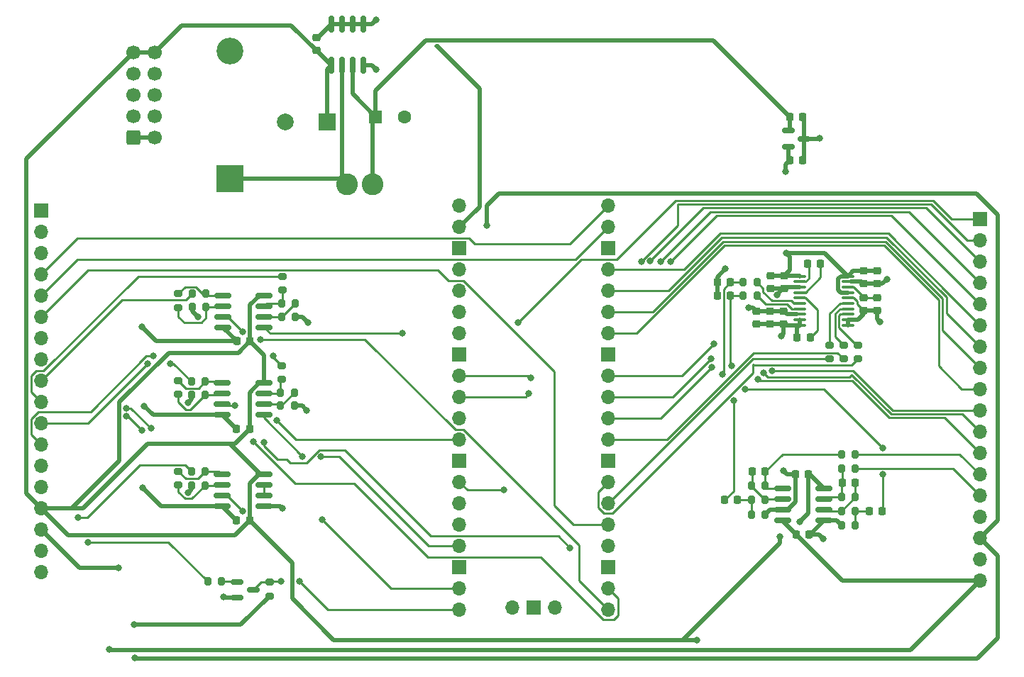
<source format=gbr>
%TF.GenerationSoftware,KiCad,Pcbnew,7.0.2*%
%TF.CreationDate,2023-08-30T16:48:59+01:00*%
%TF.ProjectId,dk2_02_bottom,646b325f-3032-45f6-926f-74746f6d2e6b,rev?*%
%TF.SameCoordinates,Original*%
%TF.FileFunction,Copper,L1,Top*%
%TF.FilePolarity,Positive*%
%FSLAX46Y46*%
G04 Gerber Fmt 4.6, Leading zero omitted, Abs format (unit mm)*
G04 Created by KiCad (PCBNEW 7.0.2) date 2023-08-30 16:48:59*
%MOMM*%
%LPD*%
G01*
G04 APERTURE LIST*
G04 Aperture macros list*
%AMRoundRect*
0 Rectangle with rounded corners*
0 $1 Rounding radius*
0 $2 $3 $4 $5 $6 $7 $8 $9 X,Y pos of 4 corners*
0 Add a 4 corners polygon primitive as box body*
4,1,4,$2,$3,$4,$5,$6,$7,$8,$9,$2,$3,0*
0 Add four circle primitives for the rounded corners*
1,1,$1+$1,$2,$3*
1,1,$1+$1,$4,$5*
1,1,$1+$1,$6,$7*
1,1,$1+$1,$8,$9*
0 Add four rect primitives between the rounded corners*
20,1,$1+$1,$2,$3,$4,$5,0*
20,1,$1+$1,$4,$5,$6,$7,0*
20,1,$1+$1,$6,$7,$8,$9,0*
20,1,$1+$1,$8,$9,$2,$3,0*%
G04 Aperture macros list end*
%TA.AperFunction,SMDPad,CuDef*%
%ADD10RoundRect,0.112500X0.187500X0.112500X-0.187500X0.112500X-0.187500X-0.112500X0.187500X-0.112500X0*%
%TD*%
%TA.AperFunction,SMDPad,CuDef*%
%ADD11RoundRect,0.200000X0.275000X-0.200000X0.275000X0.200000X-0.275000X0.200000X-0.275000X-0.200000X0*%
%TD*%
%TA.AperFunction,SMDPad,CuDef*%
%ADD12RoundRect,0.200000X-0.200000X-0.275000X0.200000X-0.275000X0.200000X0.275000X-0.200000X0.275000X0*%
%TD*%
%TA.AperFunction,SMDPad,CuDef*%
%ADD13RoundRect,0.200000X0.200000X0.275000X-0.200000X0.275000X-0.200000X-0.275000X0.200000X-0.275000X0*%
%TD*%
%TA.AperFunction,SMDPad,CuDef*%
%ADD14RoundRect,0.100000X-0.637500X-0.100000X0.637500X-0.100000X0.637500X0.100000X-0.637500X0.100000X0*%
%TD*%
%TA.AperFunction,SMDPad,CuDef*%
%ADD15RoundRect,0.150000X0.150000X-0.825000X0.150000X0.825000X-0.150000X0.825000X-0.150000X-0.825000X0*%
%TD*%
%TA.AperFunction,SMDPad,CuDef*%
%ADD16RoundRect,0.200000X-0.275000X0.200000X-0.275000X-0.200000X0.275000X-0.200000X0.275000X0.200000X0*%
%TD*%
%TA.AperFunction,SMDPad,CuDef*%
%ADD17RoundRect,0.225000X0.225000X0.250000X-0.225000X0.250000X-0.225000X-0.250000X0.225000X-0.250000X0*%
%TD*%
%TA.AperFunction,SMDPad,CuDef*%
%ADD18RoundRect,0.225000X-0.250000X0.225000X-0.250000X-0.225000X0.250000X-0.225000X0.250000X0.225000X0*%
%TD*%
%TA.AperFunction,SMDPad,CuDef*%
%ADD19RoundRect,0.225000X-0.225000X-0.250000X0.225000X-0.250000X0.225000X0.250000X-0.225000X0.250000X0*%
%TD*%
%TA.AperFunction,SMDPad,CuDef*%
%ADD20RoundRect,0.150000X-0.825000X-0.150000X0.825000X-0.150000X0.825000X0.150000X-0.825000X0.150000X0*%
%TD*%
%TA.AperFunction,ComponentPad*%
%ADD21R,1.700000X1.700000*%
%TD*%
%TA.AperFunction,ComponentPad*%
%ADD22O,1.700000X1.700000*%
%TD*%
%TA.AperFunction,SMDPad,CuDef*%
%ADD23RoundRect,0.225000X0.250000X-0.225000X0.250000X0.225000X-0.250000X0.225000X-0.250000X-0.225000X0*%
%TD*%
%TA.AperFunction,SMDPad,CuDef*%
%ADD24RoundRect,0.150000X-0.587500X-0.150000X0.587500X-0.150000X0.587500X0.150000X-0.587500X0.150000X0*%
%TD*%
%TA.AperFunction,ComponentPad*%
%ADD25RoundRect,0.250000X-0.600000X-0.600000X0.600000X-0.600000X0.600000X0.600000X-0.600000X0.600000X0*%
%TD*%
%TA.AperFunction,ComponentPad*%
%ADD26C,1.700000*%
%TD*%
%TA.AperFunction,ComponentPad*%
%ADD27C,2.600000*%
%TD*%
%TA.AperFunction,ComponentPad*%
%ADD28R,1.600000X1.600000*%
%TD*%
%TA.AperFunction,ComponentPad*%
%ADD29C,1.600000*%
%TD*%
%TA.AperFunction,ComponentPad*%
%ADD30R,2.000000X2.000000*%
%TD*%
%TA.AperFunction,ComponentPad*%
%ADD31C,2.000000*%
%TD*%
%TA.AperFunction,ComponentPad*%
%ADD32R,3.200000X3.200000*%
%TD*%
%TA.AperFunction,ComponentPad*%
%ADD33O,3.200000X3.200000*%
%TD*%
%TA.AperFunction,ViaPad*%
%ADD34C,0.800000*%
%TD*%
%TA.AperFunction,Conductor*%
%ADD35C,0.250000*%
%TD*%
%TA.AperFunction,Conductor*%
%ADD36C,0.500000*%
%TD*%
G04 APERTURE END LIST*
D10*
%TO.P,D1,1,K*%
%TO.N,Net-(#FLG02-pwr)*%
X131282323Y-56200000D03*
%TO.P,D1,2,A*%
%TO.N,+5V*%
X129182323Y-56200000D03*
%TD*%
D11*
%TO.P,R11,1*%
%TO.N,DAC_LRC*%
X178100000Y-93525000D03*
%TO.P,R11,2*%
%TO.N,Net-(U4-LRCK)*%
X178100000Y-91875000D03*
%TD*%
D12*
%TO.P,R8,1*%
%TO.N,Net-(C8-Pad2)*%
X179500000Y-106600000D03*
%TO.P,R8,2*%
%TO.N,EURO_OUT_2*%
X181150000Y-106600000D03*
%TD*%
D13*
%TO.P,R2,1*%
%TO.N,Net-(C3-Pad2)*%
X181150000Y-113400000D03*
%TO.P,R2,2*%
%TO.N,GND*%
X179500000Y-113400000D03*
%TD*%
D14*
%TO.P,U4,1,CPVDD*%
%TO.N,+3.3VDAC*%
X174525000Y-83650000D03*
%TO.P,U4,2,CAPP*%
%TO.N,Net-(U4-CAPP)*%
X174525000Y-84300000D03*
%TO.P,U4,3,CPGND*%
%TO.N,GND*%
X174525000Y-84950000D03*
%TO.P,U4,4,CAPM*%
%TO.N,Net-(U4-CAPM)*%
X174525000Y-85600000D03*
%TO.P,U4,5,VNEG*%
%TO.N,Net-(U4-VNEG)*%
X174525000Y-86250000D03*
%TO.P,U4,6,OUTL*%
%TO.N,Net-(U4-OUTL)*%
X174525000Y-86900000D03*
%TO.P,U4,7,OUTR*%
%TO.N,Net-(U4-OUTR)*%
X174525000Y-87550000D03*
%TO.P,U4,8,AVDD*%
%TO.N,+3.3VDAC*%
X174525000Y-88200000D03*
%TO.P,U4,9,AGND*%
%TO.N,GND*%
X174525000Y-88850000D03*
%TO.P,U4,10,DEMP*%
X174525000Y-89500000D03*
%TO.P,U4,11,FLT*%
X180250000Y-89500000D03*
%TO.P,U4,12,SCK*%
X180250000Y-88850000D03*
%TO.P,U4,13,BCK*%
%TO.N,Net-(U4-BCK)*%
X180250000Y-88200000D03*
%TO.P,U4,14,DIN*%
%TO.N,Net-(U4-DIN)*%
X180250000Y-87550000D03*
%TO.P,U4,15,LRCK*%
%TO.N,Net-(U4-LRCK)*%
X180250000Y-86900000D03*
%TO.P,U4,16,FMT*%
%TO.N,GND*%
X180250000Y-86250000D03*
%TO.P,U4,17,XSMT*%
%TO.N,+3.3VDAC*%
X180250000Y-85600000D03*
%TO.P,U4,18,LDOO*%
%TO.N,Net-(U4-LDOO)*%
X180250000Y-84950000D03*
%TO.P,U4,19,DGND*%
%TO.N,GND*%
X180250000Y-84300000D03*
%TO.P,U4,20,DVDD*%
%TO.N,+3.3VDAC*%
X180250000Y-83650000D03*
%TD*%
D15*
%TO.P,U8,1,VIN*%
%TO.N,+12V*%
X118627323Y-58475000D03*
%TO.P,U8,2,OUT*%
%TO.N,Net-(D2-K)*%
X119897323Y-58475000D03*
%TO.P,U8,3,FB*%
%TO.N,+5V*%
X121167323Y-58475000D03*
%TO.P,U8,4,~{EN}*%
%TO.N,GND*%
X122437323Y-58475000D03*
%TO.P,U8,5,GND*%
X122437323Y-53525000D03*
%TO.P,U8,6,GND*%
X121167323Y-53525000D03*
%TO.P,U8,7,GND*%
X119897323Y-53525000D03*
%TO.P,U8,8,GND*%
X118627323Y-53525000D03*
%TD*%
D12*
%TO.P,R14,1*%
%TO.N,SYNC_IN_EURO*%
X103875000Y-120135000D03*
%TO.P,R14,2*%
%TO.N,Net-(Q1-B)*%
X105525000Y-120135000D03*
%TD*%
D11*
%TO.P,R10,1*%
%TO.N,DAC_DOUT*%
X179750000Y-93525000D03*
%TO.P,R10,2*%
%TO.N,Net-(U4-DIN)*%
X179750000Y-91875000D03*
%TD*%
D16*
%TO.P,R19,1*%
%TO.N,Net-(R19-Pad1)*%
X100375000Y-85735000D03*
%TO.P,R19,2*%
%TO.N,Net-(U5A--)*%
X100375000Y-87385000D03*
%TD*%
D17*
%TO.P,C3,1*%
%TO.N,LINE_OUT_R*%
X184350000Y-111700000D03*
%TO.P,C3,2*%
%TO.N,Net-(C3-Pad2)*%
X182800000Y-111700000D03*
%TD*%
D18*
%TO.P,C20,1*%
%TO.N,+3.3VDAC*%
X171050000Y-83600000D03*
%TO.P,C20,2*%
%TO.N,GND*%
X171050000Y-85150000D03*
%TD*%
%TO.P,C16,1*%
%TO.N,+3.3VDAC*%
X183750000Y-83000000D03*
%TO.P,C16,2*%
%TO.N,GND*%
X183750000Y-84550000D03*
%TD*%
D19*
%TO.P,C4,1*%
%TO.N,+3.3VDAC*%
X173300000Y-69800000D03*
%TO.P,C4,2*%
%TO.N,GND*%
X174850000Y-69800000D03*
%TD*%
%TO.P,C1,1*%
%TO.N,+5V*%
X173300000Y-64600000D03*
%TO.P,C1,2*%
%TO.N,GND*%
X174850000Y-64600000D03*
%TD*%
D20*
%TO.P,U3,1*%
%TO.N,Net-(C7-Pad2)*%
X172475000Y-109030000D03*
%TO.P,U3,2,-*%
%TO.N,Net-(U3A--)*%
X172475000Y-110300000D03*
%TO.P,U3,3,+*%
%TO.N,GND*%
X172475000Y-111570000D03*
%TO.P,U3,4,V-*%
%TO.N,-12V*%
X172475000Y-112840000D03*
%TO.P,U3,5,+*%
%TO.N,GND*%
X177425000Y-112840000D03*
%TO.P,U3,6,-*%
%TO.N,Net-(U3B--)*%
X177425000Y-111570000D03*
%TO.P,U3,7*%
%TO.N,Net-(C8-Pad2)*%
X177425000Y-110300000D03*
%TO.P,U3,8,V+*%
%TO.N,+12V*%
X177425000Y-109030000D03*
%TD*%
D19*
%TO.P,C2,1*%
%TO.N,LINE_OUT_L*%
X165550000Y-110400000D03*
%TO.P,C2,2*%
%TO.N,Net-(C2-Pad2)*%
X167100000Y-110400000D03*
%TD*%
D18*
%TO.P,C11,1*%
%TO.N,+3.3VDAC*%
X169350000Y-87800000D03*
%TO.P,C11,2*%
%TO.N,GND*%
X169350000Y-89350000D03*
%TD*%
D12*
%TO.P,R3,1*%
%TO.N,Net-(C2-Pad2)*%
X168750000Y-110400000D03*
%TO.P,R3,2*%
%TO.N,Net-(U3A--)*%
X170400000Y-110400000D03*
%TD*%
D11*
%TO.P,R20,1*%
%TO.N,Net-(R18-Pad1)*%
X112775000Y-85335000D03*
%TO.P,R20,2*%
%TO.N,TRIGGER_OUT_2_EURO*%
X112775000Y-83685000D03*
%TD*%
D18*
%TO.P,C14,1*%
%TO.N,+3.3VDAC*%
X182150000Y-83000000D03*
%TO.P,C14,2*%
%TO.N,GND*%
X182150000Y-84550000D03*
%TD*%
D13*
%TO.P,R13,1*%
%TO.N,Net-(U4-OUTR)*%
X169400000Y-86000000D03*
%TO.P,R13,2*%
%TO.N,LINE_OUT_R*%
X167750000Y-86000000D03*
%TD*%
D20*
%TO.P,U5,1*%
%TO.N,Net-(R19-Pad1)*%
X105675000Y-85935000D03*
%TO.P,U5,2,-*%
%TO.N,Net-(U5A--)*%
X105675000Y-87205000D03*
%TO.P,U5,3,+*%
%TO.N,TRIGGER_OUT_1*%
X105675000Y-88475000D03*
%TO.P,U5,4,V-*%
%TO.N,-12V*%
X105675000Y-89745000D03*
%TO.P,U5,5,+*%
%TO.N,TRIGGER_OUT_2*%
X110625000Y-89745000D03*
%TO.P,U5,6,-*%
%TO.N,Net-(U5B--)*%
X110625000Y-88475000D03*
%TO.P,U5,7*%
%TO.N,Net-(R18-Pad1)*%
X110625000Y-87205000D03*
%TO.P,U5,8,V+*%
%TO.N,+12V*%
X110625000Y-85935000D03*
%TD*%
D18*
%TO.P,C17,1*%
%TO.N,Net-(U4-LDOO)*%
X182150000Y-86200000D03*
%TO.P,C17,2*%
%TO.N,GND*%
X182150000Y-87750000D03*
%TD*%
D13*
%TO.P,R17,1*%
%TO.N,Net-(U5A--)*%
X103675000Y-87335000D03*
%TO.P,R17,2*%
%TO.N,GND*%
X102025000Y-87335000D03*
%TD*%
D12*
%TO.P,R1,1*%
%TO.N,Net-(C2-Pad2)*%
X168750000Y-112100000D03*
%TO.P,R1,2*%
%TO.N,GND*%
X170400000Y-112100000D03*
%TD*%
D11*
%TO.P,R15,1*%
%TO.N,+3.3V*%
X111275000Y-121835000D03*
%TO.P,R15,2*%
%TO.N,SYNC_IN*%
X111275000Y-120185000D03*
%TD*%
D13*
%TO.P,R21,1*%
%TO.N,Net-(R19-Pad1)*%
X103675000Y-85735000D03*
%TO.P,R21,2*%
%TO.N,TRIGGER_OUT_1_EURO*%
X102025000Y-85735000D03*
%TD*%
D17*
%TO.P,C23,1*%
%TO.N,+12V*%
X108875000Y-101935000D03*
%TO.P,C23,2*%
%TO.N,-12V*%
X107325000Y-101935000D03*
%TD*%
D12*
%TO.P,R22,1*%
%TO.N,Net-(U6B--)*%
X112575000Y-99135000D03*
%TO.P,R22,2*%
%TO.N,GND*%
X114225000Y-99135000D03*
%TD*%
D13*
%TO.P,R6,1*%
%TO.N,Net-(U3B--)*%
X181150000Y-110000000D03*
%TO.P,R6,2*%
%TO.N,Net-(C8-Pad2)*%
X179500000Y-110000000D03*
%TD*%
D12*
%TO.P,R16,1*%
%TO.N,Net-(U5B--)*%
X112675000Y-88535000D03*
%TO.P,R16,2*%
%TO.N,GND*%
X114325000Y-88535000D03*
%TD*%
D13*
%TO.P,R23,1*%
%TO.N,Net-(U6A--)*%
X103575000Y-97835000D03*
%TO.P,R23,2*%
%TO.N,GND*%
X101925000Y-97835000D03*
%TD*%
D20*
%TO.P,U7,1*%
%TO.N,Net-(R29-Pad1)*%
X105600000Y-107330000D03*
%TO.P,U7,2,-*%
%TO.N,Net-(U7A--)*%
X105600000Y-108600000D03*
%TO.P,U7,3,+*%
%TO.N,SYNC_OUT*%
X105600000Y-109870000D03*
%TO.P,U7,4,V-*%
%TO.N,-12V*%
X105600000Y-111140000D03*
%TO.P,U7,5,+*%
%TO.N,GND*%
X110550000Y-111140000D03*
%TO.P,U7,6,-*%
%TO.N,Net-(U7B--)*%
X110550000Y-109870000D03*
%TO.P,U7,7*%
X110550000Y-108600000D03*
%TO.P,U7,8,V+*%
%TO.N,+12V*%
X110550000Y-107330000D03*
%TD*%
D13*
%TO.P,R28,1*%
%TO.N,Net-(U7A--)*%
X103575000Y-108635000D03*
%TO.P,R28,2*%
%TO.N,GND*%
X101925000Y-108635000D03*
%TD*%
D12*
%TO.P,R7,1*%
%TO.N,Net-(C7-Pad2)*%
X179500000Y-104900000D03*
%TO.P,R7,2*%
%TO.N,EURO_OUT_1*%
X181150000Y-104900000D03*
%TD*%
D18*
%TO.P,C15,1*%
%TO.N,Net-(U4-LDOO)*%
X183750000Y-86200000D03*
%TO.P,C15,2*%
%TO.N,GND*%
X183750000Y-87750000D03*
%TD*%
D17*
%TO.P,C24,1*%
%TO.N,+12V*%
X108875000Y-112835000D03*
%TO.P,C24,2*%
%TO.N,-12V*%
X107325000Y-112835000D03*
%TD*%
D12*
%TO.P,R5,1*%
%TO.N,Net-(U3A--)*%
X168750000Y-108700000D03*
%TO.P,R5,2*%
%TO.N,Net-(C7-Pad2)*%
X170400000Y-108700000D03*
%TD*%
D21*
%TO.P,J1,1,Pin_1*%
%TO.N,unconnected-(J1-Pin_1-Pad1)*%
X84000000Y-75820000D03*
D22*
%TO.P,J1,2,Pin_2*%
%TO.N,unconnected-(J1-Pin_2-Pad2)*%
X84000000Y-78360000D03*
%TO.P,J1,3,Pin_3*%
%TO.N,unconnected-(J1-Pin_3-Pad3)*%
X84000000Y-80900000D03*
%TO.P,J1,4,Pin_4*%
%TO.N,START_STOP_BUTTON*%
X84000000Y-83440000D03*
%TO.P,J1,5,Pin_5*%
%TO.N,TAP_TEMPO_BUTTON*%
X84000000Y-85980000D03*
%TO.P,J1,6,Pin_6*%
%TO.N,165_LOAD*%
X84000000Y-88520000D03*
%TO.P,J1,7,Pin_7*%
%TO.N,165_CLOCK*%
X84000000Y-91060000D03*
%TO.P,J1,8,Pin_8*%
%TO.N,165_DATA*%
X84000000Y-93600000D03*
%TO.P,J1,9,Pin_9*%
%TO.N,TRIGGER_OUT_1_EURO*%
X84000000Y-96140000D03*
%TO.P,J1,10,Pin_10*%
%TO.N,TRIGGER_OUT_2_EURO*%
X84000000Y-98680000D03*
%TO.P,J1,11,Pin_11*%
%TO.N,TRIGGER_OUT_3_EURO*%
X84000000Y-101220000D03*
%TO.P,J1,12,Pin_12*%
%TO.N,TRIGGER_OUT_4_EURO*%
X84000000Y-103760000D03*
%TO.P,J1,13,Pin_13*%
%TO.N,SYNC_IN_EURO*%
X84000000Y-106300000D03*
%TO.P,J1,14,Pin_14*%
%TO.N,SYNC_OUT_EURO*%
X84000000Y-108840000D03*
%TO.P,J1,15,Pin_15*%
%TO.N,+12V*%
X84000000Y-111380000D03*
%TO.P,J1,16,Pin_16*%
%TO.N,+3.3V*%
X84000000Y-113920000D03*
%TO.P,J1,17,Pin_17*%
%TO.N,GND*%
X84000000Y-116460000D03*
%TO.P,J1,18,Pin_18*%
%TO.N,-12V*%
X84000000Y-119000000D03*
%TD*%
D17*
%TO.P,C6,1*%
%TO.N,GND*%
X175650000Y-114500000D03*
%TO.P,C6,2*%
%TO.N,-12V*%
X174100000Y-114500000D03*
%TD*%
D11*
%TO.P,R26,1*%
%TO.N,Net-(R24-Pad1)*%
X112675000Y-95985000D03*
%TO.P,R26,2*%
%TO.N,TRIGGER_OUT_4_EURO*%
X112675000Y-94335000D03*
%TD*%
D18*
%TO.P,C9,1*%
%TO.N,+3.3VDAC*%
X172550000Y-87800000D03*
%TO.P,C9,2*%
%TO.N,GND*%
X172550000Y-89350000D03*
%TD*%
D17*
%TO.P,C8,1*%
%TO.N,Net-(U3B--)*%
X181100000Y-108300000D03*
%TO.P,C8,2*%
%TO.N,Net-(C8-Pad2)*%
X179550000Y-108300000D03*
%TD*%
D13*
%TO.P,R27,1*%
%TO.N,Net-(R25-Pad1)*%
X103575000Y-96235000D03*
%TO.P,R27,2*%
%TO.N,TRIGGER_OUT_3_EURO*%
X101925000Y-96235000D03*
%TD*%
%TO.P,R12,1*%
%TO.N,Net-(U4-OUTL)*%
X169400000Y-84400000D03*
%TO.P,R12,2*%
%TO.N,LINE_OUT_L*%
X167750000Y-84400000D03*
%TD*%
D17*
%TO.P,C22,1*%
%TO.N,+12V*%
X108925000Y-91435000D03*
%TO.P,C22,2*%
%TO.N,-12V*%
X107375000Y-91435000D03*
%TD*%
%TO.P,C5,1*%
%TO.N,+12V*%
X175550000Y-107300000D03*
%TO.P,C5,2*%
%TO.N,GND*%
X174000000Y-107300000D03*
%TD*%
D13*
%TO.P,R4,1*%
%TO.N,Net-(C3-Pad2)*%
X181150000Y-111700000D03*
%TO.P,R4,2*%
%TO.N,Net-(U3B--)*%
X179500000Y-111700000D03*
%TD*%
D12*
%TO.P,R18,1*%
%TO.N,Net-(R18-Pad1)*%
X112675000Y-86935000D03*
%TO.P,R18,2*%
%TO.N,Net-(U5B--)*%
X114325000Y-86935000D03*
%TD*%
D18*
%TO.P,C10,1*%
%TO.N,+3.3VDAC*%
X170950000Y-87800000D03*
%TO.P,C10,2*%
%TO.N,GND*%
X170950000Y-89350000D03*
%TD*%
%TO.P,C18,1*%
%TO.N,+3.3VDAC*%
X172650000Y-83600000D03*
%TO.P,C18,2*%
%TO.N,GND*%
X172650000Y-85150000D03*
%TD*%
D17*
%TO.P,C21,1*%
%TO.N,LINE_OUT_R*%
X166200000Y-86000000D03*
%TO.P,C21,2*%
%TO.N,GND*%
X164650000Y-86000000D03*
%TD*%
D19*
%TO.P,C7,1*%
%TO.N,Net-(U3A--)*%
X168800000Y-107000000D03*
%TO.P,C7,2*%
%TO.N,Net-(C7-Pad2)*%
X170350000Y-107000000D03*
%TD*%
D20*
%TO.P,U6,1*%
%TO.N,Net-(R25-Pad1)*%
X105600000Y-96430000D03*
%TO.P,U6,2,-*%
%TO.N,Net-(U6A--)*%
X105600000Y-97700000D03*
%TO.P,U6,3,+*%
%TO.N,TRIGGER_OUT_3*%
X105600000Y-98970000D03*
%TO.P,U6,4,V-*%
%TO.N,-12V*%
X105600000Y-100240000D03*
%TO.P,U6,5,+*%
%TO.N,TRIGGER_OUT_4*%
X110550000Y-100240000D03*
%TO.P,U6,6,-*%
%TO.N,Net-(U6B--)*%
X110550000Y-98970000D03*
%TO.P,U6,7*%
%TO.N,Net-(R24-Pad1)*%
X110550000Y-97700000D03*
%TO.P,U6,8,V+*%
%TO.N,+12V*%
X110550000Y-96430000D03*
%TD*%
D19*
%TO.P,C12,1*%
%TO.N,Net-(U4-CAPP)*%
X175450000Y-82200000D03*
%TO.P,C12,2*%
%TO.N,Net-(U4-CAPM)*%
X177000000Y-82200000D03*
%TD*%
D17*
%TO.P,C19,1*%
%TO.N,LINE_OUT_L*%
X166200000Y-84400000D03*
%TO.P,C19,2*%
%TO.N,GND*%
X164650000Y-84400000D03*
%TD*%
D21*
%TO.P,J2,1,Pin_1*%
%TO.N,4051_ADDRESS_A*%
X196000000Y-76820000D03*
D22*
%TO.P,J2,2,Pin_2*%
%TO.N,4051_ADDRESS_B*%
X196000000Y-79360000D03*
%TO.P,J2,3,Pin_3*%
%TO.N,4051_ADDRESS_C*%
X196000000Y-81900000D03*
%TO.P,J2,4,Pin_4*%
%TO.N,4051_READING_1*%
X196000000Y-84440000D03*
%TO.P,J2,5,Pin_5*%
%TO.N,4051_READING_0*%
X196000000Y-86980000D03*
%TO.P,J2,6,Pin_6*%
%TO.N,SD_CLOCK*%
X196000000Y-89520000D03*
%TO.P,J2,7,Pin_7*%
%TO.N,SD_SERIAL_IN*%
X196000000Y-92060000D03*
%TO.P,J2,8,Pin_8*%
%TO.N,SD_SERIAL_OUT*%
X196000000Y-94600000D03*
%TO.P,J2,9,Pin_9*%
%TO.N,SD_CHIP_SELECT*%
X196000000Y-97140000D03*
%TO.P,J2,10,Pin_10*%
%TO.N,595_DATA*%
X196000000Y-99680000D03*
%TO.P,J2,11,Pin_11*%
%TO.N,595_CLOCK*%
X196000000Y-102220000D03*
%TO.P,J2,12,Pin_12*%
%TO.N,595_LATCH*%
X196000000Y-104760000D03*
%TO.P,J2,13,Pin_13*%
%TO.N,EURO_OUT_1*%
X196000000Y-107300000D03*
%TO.P,J2,14,Pin_14*%
%TO.N,EURO_OUT_2*%
X196000000Y-109840000D03*
%TO.P,J2,15,Pin_15*%
%TO.N,+12V*%
X196000000Y-112380000D03*
%TO.P,J2,16,Pin_16*%
%TO.N,+3.3V*%
X196000000Y-114920000D03*
%TO.P,J2,17,Pin_17*%
%TO.N,GND*%
X196000000Y-117460000D03*
%TO.P,J2,18,Pin_18*%
%TO.N,-12V*%
X196000000Y-120000000D03*
%TD*%
D13*
%TO.P,R30,1*%
%TO.N,Net-(R29-Pad1)*%
X103575000Y-106935000D03*
%TO.P,R30,2*%
%TO.N,SYNC_OUT_EURO*%
X101925000Y-106935000D03*
%TD*%
D23*
%TO.P,C26,1*%
%TO.N,+12V*%
X116832323Y-56700000D03*
%TO.P,C26,2*%
%TO.N,GND*%
X116832323Y-55150000D03*
%TD*%
D17*
%TO.P,C13,1*%
%TO.N,Net-(U4-VNEG)*%
X175750000Y-91000000D03*
%TO.P,C13,2*%
%TO.N,GND*%
X174200000Y-91000000D03*
%TD*%
D24*
%TO.P,U2,1,VI*%
%TO.N,+5V*%
X173150000Y-66280000D03*
%TO.P,U2,2,VO*%
%TO.N,+3.3VDAC*%
X173150000Y-68180000D03*
%TO.P,U2,3,GND*%
%TO.N,GND*%
X175025000Y-67230000D03*
%TD*%
D12*
%TO.P,R24,1*%
%TO.N,Net-(R24-Pad1)*%
X112575000Y-97535000D03*
%TO.P,R24,2*%
%TO.N,Net-(U6B--)*%
X114225000Y-97535000D03*
%TD*%
D11*
%TO.P,R9,1*%
%TO.N,DAC_BCLK*%
X181450000Y-93525000D03*
%TO.P,R9,2*%
%TO.N,Net-(U4-BCK)*%
X181450000Y-91875000D03*
%TD*%
D24*
%TO.P,Q1,1,B*%
%TO.N,Net-(Q1-B)*%
X107400000Y-120185000D03*
%TO.P,Q1,2,E*%
%TO.N,GND*%
X107400000Y-122085000D03*
%TO.P,Q1,3,C*%
%TO.N,SYNC_IN*%
X109275000Y-121135000D03*
%TD*%
D16*
%TO.P,R25,1*%
%TO.N,Net-(R25-Pad1)*%
X100375000Y-96135000D03*
%TO.P,R25,2*%
%TO.N,Net-(U6A--)*%
X100375000Y-97785000D03*
%TD*%
%TO.P,R29,1*%
%TO.N,Net-(R29-Pad1)*%
X100375000Y-106935000D03*
%TO.P,R29,2*%
%TO.N,Net-(U7A--)*%
X100375000Y-108585000D03*
%TD*%
D25*
%TO.P,J3,1,Pin_1*%
%TO.N,-12V*%
X95000000Y-67080000D03*
D26*
%TO.P,J3,2,Pin_2*%
X97540000Y-67080000D03*
%TO.P,J3,3,Pin_3*%
%TO.N,GND*%
X95000000Y-64540000D03*
%TO.P,J3,4,Pin_4*%
X97540000Y-64540000D03*
%TO.P,J3,5,Pin_5*%
X95000000Y-62000000D03*
%TO.P,J3,6,Pin_6*%
X97540000Y-62000000D03*
%TO.P,J3,7,Pin_7*%
X95000000Y-59460000D03*
%TO.P,J3,8,Pin_8*%
X97540000Y-59460000D03*
%TO.P,J3,9,Pin_9*%
%TO.N,+12V*%
X95000000Y-56920000D03*
%TO.P,J3,10,Pin_10*%
X97540000Y-56920000D03*
%TD*%
D27*
%TO.P,L1,1,1*%
%TO.N,Net-(D2-K)*%
X120532323Y-72700000D03*
%TO.P,L1,2,2*%
%TO.N,+5V*%
X123532323Y-72700000D03*
%TD*%
D28*
%TO.P,C27,1*%
%TO.N,+5V*%
X123879672Y-64600000D03*
D29*
%TO.P,C27,2*%
%TO.N,GND*%
X127379672Y-64600000D03*
%TD*%
D30*
%TO.P,C25,1*%
%TO.N,+12V*%
X118100000Y-65200000D03*
D31*
%TO.P,C25,2*%
%TO.N,GND*%
X113100000Y-65200000D03*
%TD*%
D32*
%TO.P,D2,1,K*%
%TO.N,Net-(D2-K)*%
X106500000Y-72000000D03*
D33*
%TO.P,D2,2,A*%
%TO.N,GND*%
X106500000Y-56760000D03*
%TD*%
D22*
%TO.P,U1,1,GPIO0*%
%TO.N,START_STOP_BUTTON*%
X151680000Y-75220000D03*
%TO.P,U1,2,GPIO1*%
%TO.N,TAP_TEMPO_BUTTON*%
X151680000Y-77760000D03*
D21*
%TO.P,U1,3,GND*%
%TO.N,GND*%
X151680000Y-80300000D03*
D22*
%TO.P,U1,4,GPIO2*%
%TO.N,SD_CLOCK*%
X151680000Y-82840000D03*
%TO.P,U1,5,GPIO3*%
%TO.N,SD_SERIAL_IN*%
X151680000Y-85380000D03*
%TO.P,U1,6,GPIO4*%
%TO.N,SD_SERIAL_OUT*%
X151680000Y-87920000D03*
%TO.P,U1,7,GPIO5*%
%TO.N,SD_CHIP_SELECT*%
X151680000Y-90460000D03*
D21*
%TO.P,U1,8,GND*%
%TO.N,GND*%
X151680000Y-93000000D03*
D22*
%TO.P,U1,9,GPIO6*%
%TO.N,595_DATA*%
X151680000Y-95540000D03*
%TO.P,U1,10,GPIO7*%
%TO.N,595_CLOCK*%
X151680000Y-98080000D03*
%TO.P,U1,11,GPIO8*%
%TO.N,595_LATCH*%
X151680000Y-100620000D03*
%TO.P,U1,12,GPIO9*%
%TO.N,DAC_DOUT*%
X151680000Y-103160000D03*
D21*
%TO.P,U1,13,GND*%
%TO.N,GND*%
X151680000Y-105700000D03*
D22*
%TO.P,U1,14,GPIO10*%
%TO.N,DAC_BCLK*%
X151680000Y-108240000D03*
%TO.P,U1,15,GPIO11*%
%TO.N,DAC_LRC*%
X151680000Y-110780000D03*
%TO.P,U1,16,GPIO12*%
%TO.N,165_LOAD*%
X151680000Y-113320000D03*
%TO.P,U1,17,GPIO13*%
%TO.N,165_CLOCK*%
X151680000Y-115860000D03*
D21*
%TO.P,U1,18,GND*%
%TO.N,GND*%
X151680000Y-118400000D03*
D22*
%TO.P,U1,19,GPIO14*%
%TO.N,165_DATA*%
X151680000Y-120940000D03*
%TO.P,U1,20,GPIO15*%
%TO.N,TRIGGER_OUT_1*%
X151680000Y-123480000D03*
%TO.P,U1,21,GPIO16*%
%TO.N,SYNC_IN*%
X133900000Y-123480000D03*
%TO.P,U1,22,GPIO17*%
%TO.N,SYNC_OUT*%
X133900000Y-120940000D03*
D21*
%TO.P,U1,23,GND*%
%TO.N,GND*%
X133900000Y-118400000D03*
D22*
%TO.P,U1,24,GPIO18*%
%TO.N,TRIGGER_OUT_4*%
X133900000Y-115860000D03*
%TO.P,U1,25,GPIO19*%
%TO.N,4051_ADDRESS_A*%
X133900000Y-113320000D03*
%TO.P,U1,26,GPIO20*%
%TO.N,4051_ADDRESS_B*%
X133900000Y-110780000D03*
%TO.P,U1,27,GPIO21*%
%TO.N,4051_ADDRESS_C*%
X133900000Y-108240000D03*
D21*
%TO.P,U1,28,GND*%
%TO.N,GND*%
X133900000Y-105700000D03*
D22*
%TO.P,U1,29,GPIO22*%
%TO.N,TRIGGER_OUT_3*%
X133900000Y-103160000D03*
%TO.P,U1,30,RUN*%
%TO.N,unconnected-(U1-RUN-Pad30)*%
X133900000Y-100620000D03*
%TO.P,U1,31,GPIO26_ADC0*%
%TO.N,4051_READING_0*%
X133900000Y-98080000D03*
%TO.P,U1,32,GPIO27_ADC1*%
%TO.N,4051_READING_1*%
X133900000Y-95540000D03*
D21*
%TO.P,U1,33,AGND*%
%TO.N,GND*%
X133900000Y-93000000D03*
D22*
%TO.P,U1,34,GPIO28_ADC2*%
%TO.N,TRIGGER_OUT_2*%
X133900000Y-90460000D03*
%TO.P,U1,35,ADC_VREF*%
%TO.N,unconnected-(U1-ADC_VREF-Pad35)*%
X133900000Y-87920000D03*
%TO.P,U1,36,3V3*%
%TO.N,+3.3V*%
X133900000Y-85380000D03*
%TO.P,U1,37,3V3_EN*%
%TO.N,unconnected-(U1-3V3_EN-Pad37)*%
X133900000Y-82840000D03*
D21*
%TO.P,U1,38,GND*%
%TO.N,GND*%
X133900000Y-80300000D03*
D22*
%TO.P,U1,39,VSYS*%
%TO.N,Net-(#FLG02-pwr)*%
X133900000Y-77760000D03*
%TO.P,U1,40,VBUS*%
%TO.N,unconnected-(U1-VBUS-Pad40)*%
X133900000Y-75220000D03*
%TO.P,U1,41,SWCLK*%
%TO.N,unconnected-(U1-SWCLK-Pad41)*%
X145330000Y-123250000D03*
D21*
%TO.P,U1,42,GND*%
%TO.N,GND*%
X142790000Y-123250000D03*
D22*
%TO.P,U1,43,SWDIO*%
%TO.N,unconnected-(U1-SWDIO-Pad43)*%
X140250000Y-123250000D03*
%TD*%
D34*
%TO.N,GND*%
X101500000Y-98800000D03*
X171800000Y-85850500D03*
X184900000Y-84000000D03*
X101500000Y-109500000D03*
X124000000Y-59000000D03*
X115800000Y-89200000D03*
X184100000Y-89100000D03*
X165600000Y-82800000D03*
X105800000Y-122000000D03*
X115700000Y-99700000D03*
X112800000Y-111400000D03*
X124000000Y-53000000D03*
X172300000Y-90800000D03*
X177300000Y-115000000D03*
X176900000Y-67200000D03*
X172600000Y-106900000D03*
X102700000Y-88475500D03*
%TO.N,SYNC_IN*%
X112600000Y-120100000D03*
X114800000Y-120100000D03*
%TO.N,595_DATA*%
X164300000Y-91700000D03*
X171200000Y-94974500D03*
%TO.N,595_CLOCK*%
X170200000Y-95200000D03*
X163900000Y-93500000D03*
%TO.N,595_LATCH*%
X169500000Y-96000000D03*
X164000000Y-94500000D03*
%TO.N,165_CLOCK*%
X110600000Y-103500000D03*
X97100000Y-101800000D03*
X94150500Y-99400000D03*
X147100000Y-116100000D03*
%TO.N,165_DATA*%
X109300000Y-103400000D03*
X94150500Y-100400000D03*
X96000000Y-102100000D03*
%TO.N,SYNC_OUT*%
X117500000Y-112700000D03*
X108025500Y-111700000D03*
%TO.N,4051_ADDRESS_A*%
X140900000Y-89200000D03*
%TO.N,4051_ADDRESS_B*%
X155600000Y-81900000D03*
%TO.N,4051_ADDRESS_C*%
X139200000Y-109200000D03*
X156662299Y-81862299D03*
%TO.N,4051_READING_0*%
X159100000Y-81900000D03*
X142200000Y-97700000D03*
%TO.N,4051_READING_1*%
X142400000Y-95800000D03*
X157900000Y-81900000D03*
%TO.N,LINE_OUT_L*%
X166623150Y-98523150D03*
X165300000Y-95400000D03*
%TO.N,TRIGGER_OUT_3_EURO*%
X99400000Y-94100000D03*
X96699312Y-94099312D03*
%TO.N,TRIGGER_OUT_4_EURO*%
X97400000Y-93200000D03*
X111700000Y-93200000D03*
%TO.N,SYNC_IN_EURO*%
X89600000Y-115449500D03*
%TO.N,SYNC_OUT_EURO*%
X88400000Y-112500000D03*
%TO.N,+3.3VDAC*%
X168400000Y-87400000D03*
X172800000Y-71200000D03*
X172900000Y-80900000D03*
%TO.N,LINE_OUT_R*%
X184400000Y-104175500D03*
X184400000Y-107324500D03*
X166399503Y-94399503D03*
X168023150Y-97123150D03*
%TO.N,+12V*%
X162200000Y-127100000D03*
X172100000Y-114800000D03*
X174500000Y-113000000D03*
%TO.N,-12V*%
X92100000Y-128200000D03*
X96300000Y-99200000D03*
X96000000Y-89700000D03*
X96100000Y-108900000D03*
%TO.N,+3.3V*%
X137200000Y-77600000D03*
X93200000Y-118500000D03*
X95200000Y-129200000D03*
X95100000Y-125300000D03*
%TO.N,TRIGGER_OUT_1*%
X108075500Y-90300000D03*
X110200000Y-91200000D03*
%TO.N,TRIGGER_OUT_4*%
X115200000Y-105200000D03*
X117400000Y-105200000D03*
%TO.N,TRIGGER_OUT_3*%
X112100000Y-100900000D03*
X107100000Y-99100000D03*
%TO.N,TRIGGER_OUT_2*%
X127100000Y-90500000D03*
%TD*%
D35*
%TO.N,Net-(C2-Pad2)*%
X167100000Y-110400000D02*
X168750000Y-110400000D01*
X168750000Y-110400000D02*
X168750000Y-112100000D01*
%TO.N,Net-(C3-Pad2)*%
X182800000Y-111700000D02*
X181150000Y-111700000D01*
X181150000Y-111700000D02*
X181150000Y-113400000D01*
%TO.N,Net-(Q1-B)*%
X107350000Y-120135000D02*
X107400000Y-120185000D01*
X105525000Y-120135000D02*
X107350000Y-120135000D01*
D36*
%TO.N,GND*%
X172550000Y-90550000D02*
X172300000Y-90800000D01*
X123475000Y-58475000D02*
X124000000Y-59000000D01*
X175025000Y-67230000D02*
X176870000Y-67230000D01*
X101925000Y-98375000D02*
X101500000Y-98800000D01*
D35*
X180950000Y-86250000D02*
X181350000Y-86650000D01*
D36*
X115135000Y-88535000D02*
X115800000Y-89200000D01*
X172550000Y-89350000D02*
X172550000Y-90550000D01*
X123475000Y-53525000D02*
X124000000Y-53000000D01*
X174000000Y-107300000D02*
X174000000Y-110598528D01*
X105885000Y-122085000D02*
X105800000Y-122000000D01*
X112540000Y-111140000D02*
X112800000Y-111400000D01*
X176870000Y-67230000D02*
X176900000Y-67200000D01*
X164650000Y-83750000D02*
X165600000Y-82800000D01*
X178940000Y-112840000D02*
X179500000Y-113400000D01*
X181900000Y-84300000D02*
X180589949Y-84300000D01*
X115135000Y-99135000D02*
X115700000Y-99700000D01*
X176800000Y-114500000D02*
X177300000Y-115000000D01*
X102025000Y-87800500D02*
X102700000Y-88475500D01*
X107400000Y-122085000D02*
X105885000Y-122085000D01*
X175025000Y-69625000D02*
X174850000Y-69800000D01*
X174200000Y-91000000D02*
X174200000Y-89825000D01*
X180250000Y-89500000D02*
X180250000Y-88850000D01*
D35*
X180250000Y-86250000D02*
X180950000Y-86250000D01*
D36*
X102025000Y-87335000D02*
X102025000Y-87800500D01*
X173000000Y-107300000D02*
X172600000Y-106900000D01*
X122437323Y-53525000D02*
X123475000Y-53525000D01*
X175025000Y-64775000D02*
X174850000Y-64600000D01*
X119897323Y-53525000D02*
X121167323Y-53525000D01*
D35*
X181350000Y-86950000D02*
X182150000Y-87750000D01*
D36*
X171050000Y-85150000D02*
X172650000Y-85150000D01*
X170930000Y-111570000D02*
X170400000Y-112100000D01*
X172500500Y-85150000D02*
X171800000Y-85850500D01*
X182150000Y-84550000D02*
X181900000Y-84300000D01*
X101925000Y-97835000D02*
X101925000Y-98375000D01*
X114225000Y-99135000D02*
X115135000Y-99135000D01*
X181470406Y-88850000D02*
X182150000Y-88170406D01*
X182150000Y-88170406D02*
X182150000Y-87750000D01*
X101925000Y-109075000D02*
X101500000Y-109500000D01*
X184350000Y-84550000D02*
X184900000Y-84000000D01*
X174000000Y-107300000D02*
X173000000Y-107300000D01*
X183750000Y-84550000D02*
X184350000Y-84550000D01*
X118627323Y-53525000D02*
X119897323Y-53525000D01*
X164650000Y-86000000D02*
X164650000Y-84400000D01*
X175765000Y-114500000D02*
X177425000Y-112840000D01*
X122437323Y-58475000D02*
X123475000Y-58475000D01*
X175650000Y-114500000D02*
X175765000Y-114500000D01*
X110550000Y-111140000D02*
X112540000Y-111140000D01*
X173028528Y-111570000D02*
X172475000Y-111570000D01*
X177425000Y-112840000D02*
X178940000Y-112840000D01*
X172650000Y-85150000D02*
X172850000Y-84950000D01*
X174200000Y-89825000D02*
X174525000Y-89500000D01*
D35*
X181350000Y-86650000D02*
X181350000Y-86950000D01*
D36*
X172850000Y-84950000D02*
X174525000Y-84950000D01*
X182150000Y-87750000D02*
X183750000Y-87750000D01*
X174000000Y-110598528D02*
X173028528Y-111570000D01*
X172475000Y-111570000D02*
X170930000Y-111570000D01*
X164650000Y-84400000D02*
X164650000Y-83750000D01*
X180250000Y-88850000D02*
X181470406Y-88850000D01*
X121167323Y-53525000D02*
X122437323Y-53525000D01*
X175650000Y-114500000D02*
X176800000Y-114500000D01*
X117002323Y-55150000D02*
X118627323Y-53525000D01*
X170950000Y-89350000D02*
X169350000Y-89350000D01*
X183750000Y-87750000D02*
X183750000Y-88750000D01*
X116832323Y-55150000D02*
X117002323Y-55150000D01*
X183750000Y-88750000D02*
X184100000Y-89100000D01*
X175025000Y-67230000D02*
X175025000Y-69625000D01*
X114325000Y-88535000D02*
X115135000Y-88535000D01*
X174525000Y-89500000D02*
X174525000Y-88850000D01*
X172700000Y-89500000D02*
X172550000Y-89350000D01*
X172550000Y-89350000D02*
X170950000Y-89350000D01*
X175025000Y-67230000D02*
X175025000Y-64775000D01*
X174525000Y-89500000D02*
X172700000Y-89500000D01*
X101925000Y-108635000D02*
X101925000Y-109075000D01*
X182150000Y-84550000D02*
X183750000Y-84550000D01*
X172650000Y-85150000D02*
X172500500Y-85150000D01*
D35*
%TO.N,SYNC_IN*%
X111275000Y-120185000D02*
X110225000Y-120185000D01*
X133900000Y-123480000D02*
X118180000Y-123480000D01*
X112600000Y-120100000D02*
X111360000Y-120100000D01*
X111360000Y-120100000D02*
X111275000Y-120185000D01*
X118180000Y-123480000D02*
X114800000Y-120100000D01*
X110225000Y-120185000D02*
X109275000Y-121135000D01*
%TO.N,Net-(U3A--)*%
X170500000Y-110300000D02*
X170400000Y-110400000D01*
X172475000Y-110300000D02*
X170500000Y-110300000D01*
X168750000Y-108750000D02*
X170400000Y-110400000D01*
X168800000Y-108650000D02*
X168750000Y-108700000D01*
X168750000Y-108700000D02*
X168750000Y-108750000D01*
X168800000Y-107000000D02*
X168800000Y-108650000D01*
%TO.N,Net-(U3B--)*%
X177555000Y-111700000D02*
X177425000Y-111570000D01*
X181150000Y-110000000D02*
X181150000Y-110050000D01*
X181100000Y-108300000D02*
X181100000Y-109950000D01*
X179500000Y-111700000D02*
X177555000Y-111700000D01*
X181100000Y-109950000D02*
X181150000Y-110000000D01*
X181150000Y-110050000D02*
X179500000Y-111700000D01*
%TO.N,Net-(C8-Pad2)*%
X179550000Y-108300000D02*
X179550000Y-106650000D01*
X179500000Y-108350000D02*
X179550000Y-108300000D01*
X179500000Y-110000000D02*
X177725000Y-110000000D01*
X177725000Y-110000000D02*
X177425000Y-110300000D01*
X179500000Y-110000000D02*
X179500000Y-108350000D01*
X179550000Y-106650000D02*
X179500000Y-106600000D01*
%TO.N,Net-(U4-CAPP)*%
X175587500Y-82337500D02*
X175587500Y-83926041D01*
X175450000Y-82200000D02*
X175587500Y-82337500D01*
X175587500Y-83926041D02*
X175213541Y-84300000D01*
X175213541Y-84300000D02*
X174525000Y-84300000D01*
%TO.N,Net-(U4-CAPM)*%
X177000000Y-82200000D02*
X177000000Y-83813541D01*
X175213541Y-85600000D02*
X174525000Y-85600000D01*
X177000000Y-83813541D02*
X175213541Y-85600000D01*
%TO.N,Net-(U4-VNEG)*%
X176600000Y-87636459D02*
X176600000Y-90150000D01*
X174525000Y-86250000D02*
X175213541Y-86250000D01*
X175213541Y-86250000D02*
X176600000Y-87636459D01*
X176600000Y-90150000D02*
X175750000Y-91000000D01*
%TO.N,Net-(U4-LDOO)*%
X182150000Y-86200000D02*
X183750000Y-86200000D01*
X182150000Y-86161459D02*
X182150000Y-86200000D01*
X180938541Y-84950000D02*
X182150000Y-86161459D01*
X180250000Y-84950000D02*
X180938541Y-84950000D01*
D36*
%TO.N,Net-(D2-K)*%
X119897323Y-72065000D02*
X120532323Y-72700000D01*
X119832323Y-72000000D02*
X120532323Y-72700000D01*
X106500000Y-72000000D02*
X119832323Y-72000000D01*
X119897323Y-58475000D02*
X119897323Y-72065000D01*
D35*
%TO.N,SD_CLOCK*%
X165040812Y-78550000D02*
X185059188Y-78550000D01*
X185059188Y-78550000D02*
X192450000Y-85940812D01*
X160750812Y-82840000D02*
X165040812Y-78550000D01*
X192450000Y-85970000D02*
X196000000Y-89520000D01*
X151680000Y-82840000D02*
X160750812Y-82840000D01*
X192450000Y-85940812D02*
X192450000Y-85970000D01*
%TO.N,SD_SERIAL_OUT*%
X156943604Y-87920000D02*
X165363604Y-79500000D01*
X165363604Y-79500000D02*
X184736396Y-79500000D01*
X191550000Y-86313604D02*
X191550000Y-90150000D01*
X191550000Y-90150000D02*
X196000000Y-94600000D01*
X184736396Y-79500000D02*
X191550000Y-86313604D01*
X151680000Y-87920000D02*
X156943604Y-87920000D01*
%TO.N,SD_SERIAL_IN*%
X165227208Y-79000000D02*
X184872792Y-79000000D01*
X192000000Y-88060000D02*
X196000000Y-92060000D01*
X158847208Y-85380000D02*
X165227208Y-79000000D01*
X184872792Y-79000000D02*
X192000000Y-86127208D01*
X151680000Y-85380000D02*
X158847208Y-85380000D01*
X192000000Y-86127208D02*
X192000000Y-88060000D01*
%TO.N,SD_CHIP_SELECT*%
X155040000Y-90460000D02*
X165500000Y-80000000D01*
X151680000Y-90460000D02*
X155040000Y-90460000D01*
X191100000Y-86500000D02*
X191100000Y-94400000D01*
X193840000Y-97140000D02*
X196000000Y-97140000D01*
X184600000Y-80000000D02*
X191100000Y-86500000D01*
X165500000Y-80000000D02*
X184600000Y-80000000D01*
X191100000Y-94400000D02*
X193840000Y-97140000D01*
%TO.N,595_DATA*%
X196000000Y-99680000D02*
X185580000Y-99680000D01*
X164300000Y-91700000D02*
X160460000Y-95540000D01*
X160460000Y-95540000D02*
X151680000Y-95540000D01*
X185580000Y-99680000D02*
X180874500Y-94974500D01*
X180874500Y-94974500D02*
X171200000Y-94974500D01*
%TO.N,595_CLOCK*%
X170699500Y-95699500D02*
X170200000Y-95200000D01*
X159320000Y-98080000D02*
X151680000Y-98080000D01*
X180688104Y-95424500D02*
X180413104Y-95699500D01*
X163900000Y-93500000D02*
X159320000Y-98080000D01*
X193910000Y-100130000D02*
X185393604Y-100130000D01*
X196000000Y-102220000D02*
X193910000Y-100130000D01*
X180413104Y-95699500D02*
X170699500Y-95699500D01*
X185393604Y-100130000D02*
X180688104Y-95424500D01*
%TO.N,595_LATCH*%
X191820000Y-100580000D02*
X185207208Y-100580000D01*
X157880000Y-100620000D02*
X151680000Y-100620000D01*
X164000000Y-94500000D02*
X157880000Y-100620000D01*
X169649500Y-96149500D02*
X169500000Y-96000000D01*
X196000000Y-104760000D02*
X191820000Y-100580000D01*
X185207208Y-100580000D02*
X180776708Y-96149500D01*
X180776708Y-96149500D02*
X169649500Y-96149500D01*
%TO.N,DAC_DOUT*%
X151680000Y-103160000D02*
X158663604Y-103160000D01*
X169023604Y-92800000D02*
X179025000Y-92800000D01*
X158663604Y-103160000D02*
X169023604Y-92800000D01*
X179025000Y-92800000D02*
X179750000Y-93525000D01*
%TO.N,DAC_BCLK*%
X180725000Y-94250000D02*
X169050000Y-94250000D01*
X152166701Y-111955000D02*
X151155000Y-111955000D01*
X168948198Y-94148198D02*
X168948198Y-95173503D01*
X181450000Y-93525000D02*
X180725000Y-94250000D01*
X168948198Y-95173503D02*
X152166701Y-111955000D01*
X150505000Y-111305000D02*
X150505000Y-109415000D01*
X169050000Y-94250000D02*
X168948198Y-94148198D01*
X150505000Y-109415000D02*
X151680000Y-108240000D01*
X151155000Y-111955000D02*
X150505000Y-111305000D01*
%TO.N,DAC_LRC*%
X178100000Y-93525000D02*
X168935000Y-93525000D01*
X168935000Y-93525000D02*
X151680000Y-110780000D01*
%TO.N,165_LOAD*%
X145200000Y-111000000D02*
X147520000Y-113320000D01*
X132605001Y-84205000D02*
X134405000Y-84205000D01*
X131360001Y-82960000D02*
X132605001Y-84205000D01*
X147520000Y-113320000D02*
X151680000Y-113320000D01*
X134405000Y-84205000D02*
X145200000Y-95000000D01*
X89560000Y-82960000D02*
X131360001Y-82960000D01*
X145200000Y-95000000D02*
X145200000Y-111000000D01*
X84000000Y-88520000D02*
X89560000Y-82960000D01*
%TO.N,165_CLOCK*%
X110600000Y-103900000D02*
X112200000Y-105500000D01*
X94700000Y-99400000D02*
X97100000Y-101800000D01*
X130485000Y-114685000D02*
X138085000Y-114685000D01*
X113725000Y-105925000D02*
X115649695Y-105925000D01*
X138085000Y-114685000D02*
X145685000Y-114685000D01*
X112200000Y-105500000D02*
X113300000Y-105500000D01*
X120200000Y-104400000D02*
X130485000Y-114685000D01*
X145685000Y-114685000D02*
X147100000Y-116100000D01*
X115649695Y-105925000D02*
X117174695Y-104400000D01*
X94150500Y-99400000D02*
X94700000Y-99400000D01*
X117174695Y-104400000D02*
X120200000Y-104400000D01*
X113300000Y-105500000D02*
X113725000Y-105925000D01*
X110600000Y-103500000D02*
X110600000Y-103900000D01*
%TO.N,165_DATA*%
X151055000Y-124655000D02*
X152345000Y-124655000D01*
X143625000Y-117225000D02*
X151055000Y-124655000D01*
X121300000Y-108400000D02*
X130125000Y-117225000D01*
X130125000Y-117225000D02*
X143625000Y-117225000D01*
X152345000Y-124655000D02*
X152855000Y-124145000D01*
X94300000Y-100400000D02*
X94150500Y-100400000D01*
X114300000Y-108400000D02*
X121300000Y-108400000D01*
X96000000Y-102100000D02*
X94300000Y-100400000D01*
X109300000Y-103400000D02*
X114300000Y-108400000D01*
X152855000Y-122115000D02*
X151680000Y-120940000D01*
X152855000Y-124145000D02*
X152855000Y-122115000D01*
%TO.N,SYNC_OUT*%
X117500000Y-112700000D02*
X125740000Y-120940000D01*
X105600000Y-109870000D02*
X106195500Y-109870000D01*
X106195500Y-109870000D02*
X108025500Y-111700000D01*
X125740000Y-120940000D02*
X133900000Y-120940000D01*
%TO.N,4051_ADDRESS_A*%
X192620000Y-76820000D02*
X190400000Y-74600000D01*
X152665000Y-81665000D02*
X148435000Y-81665000D01*
X196000000Y-76820000D02*
X192620000Y-76820000D01*
X148435000Y-81665000D02*
X140900000Y-89200000D01*
X190400000Y-74600000D02*
X159730000Y-74600000D01*
X159730000Y-74600000D02*
X152665000Y-81665000D01*
%TO.N,4051_ADDRESS_B*%
X194523604Y-79360000D02*
X190213604Y-75050000D01*
X159916396Y-75050000D02*
X159916396Y-77583604D01*
X190213604Y-75050000D02*
X159916396Y-75050000D01*
X196000000Y-79360000D02*
X194523604Y-79360000D01*
X159916396Y-77583604D02*
X155600000Y-81900000D01*
%TO.N,4051_ADDRESS_C*%
X196000000Y-81900000D02*
X189600000Y-75500000D01*
X163024598Y-75500000D02*
X156662299Y-81862299D01*
X167700000Y-75500000D02*
X163024598Y-75500000D01*
X139200000Y-109200000D02*
X134860000Y-109200000D01*
X134860000Y-109200000D02*
X133900000Y-108240000D01*
X189600000Y-75500000D02*
X167700000Y-75500000D01*
%TO.N,4051_READING_0*%
X185420000Y-76400000D02*
X164600000Y-76400000D01*
X142200000Y-97700000D02*
X141820000Y-98080000D01*
X164600000Y-76400000D02*
X159100000Y-81900000D01*
X196000000Y-86980000D02*
X185420000Y-76400000D01*
X141820000Y-98080000D02*
X133900000Y-98080000D01*
%TO.N,4051_READING_1*%
X196000000Y-84440000D02*
X187510000Y-75950000D01*
X163850000Y-75950000D02*
X157900000Y-81900000D01*
X187510000Y-75950000D02*
X163850000Y-75950000D01*
X142400000Y-95800000D02*
X142140000Y-95540000D01*
X142140000Y-95540000D02*
X133900000Y-95540000D01*
%TO.N,TRIGGER_OUT_1_EURO*%
X101260000Y-86500000D02*
X93640000Y-86500000D01*
X93640000Y-86500000D02*
X84000000Y-96140000D01*
X102025000Y-85735000D02*
X101260000Y-86500000D01*
%TO.N,LINE_OUT_L*%
X166200000Y-84400000D02*
X165425000Y-85175000D01*
X166200000Y-84400000D02*
X167750000Y-84400000D01*
X165425000Y-85175000D02*
X165425000Y-95275000D01*
X166623150Y-109326850D02*
X165550000Y-110400000D01*
X166623150Y-98523150D02*
X166623150Y-109326850D01*
X165425000Y-95275000D02*
X165300000Y-95400000D01*
D36*
%TO.N,+5V*%
X129182323Y-56200000D02*
X123879672Y-61502651D01*
X173300000Y-64600000D02*
X173300000Y-66130000D01*
X164200000Y-55500000D02*
X129882323Y-55500000D01*
X173300000Y-64600000D02*
X164200000Y-55500000D01*
X129882323Y-55500000D02*
X129182323Y-56200000D01*
X123532323Y-72700000D02*
X123532323Y-64947349D01*
X121167323Y-61887651D02*
X123879672Y-64600000D01*
X121167323Y-58475000D02*
X121167323Y-61887651D01*
X123879672Y-61502651D02*
X123879672Y-64600000D01*
X123532323Y-64947349D02*
X123879672Y-64600000D01*
X173300000Y-66130000D02*
X173150000Y-66280000D01*
D35*
%TO.N,TRIGGER_OUT_2_EURO*%
X112775000Y-83685000D02*
X95576701Y-83685000D01*
X82825000Y-95575000D02*
X82825000Y-97505000D01*
X82825000Y-97505000D02*
X84000000Y-98680000D01*
X83435000Y-94965000D02*
X82825000Y-95575000D01*
X95576701Y-83685000D02*
X84296701Y-94965000D01*
X84296701Y-94965000D02*
X83435000Y-94965000D01*
%TO.N,TRIGGER_OUT_3_EURO*%
X89578624Y-101220000D02*
X96699312Y-94099312D01*
X99790000Y-94100000D02*
X101925000Y-96235000D01*
X99400000Y-94100000D02*
X99790000Y-94100000D01*
X84000000Y-101220000D02*
X89578624Y-101220000D01*
%TO.N,TRIGGER_OUT_4_EURO*%
X89918319Y-99855000D02*
X96573319Y-93200000D01*
X84000000Y-103760000D02*
X82825000Y-102585000D01*
X83703299Y-99855000D02*
X89918319Y-99855000D01*
X111700000Y-93360000D02*
X112675000Y-94335000D01*
X82825000Y-102585000D02*
X82825000Y-100733299D01*
X111700000Y-93200000D02*
X111700000Y-93360000D01*
X96573319Y-93200000D02*
X97400000Y-93200000D01*
X82825000Y-100733299D02*
X83703299Y-99855000D01*
%TO.N,SYNC_IN_EURO*%
X89600000Y-115449500D02*
X99189500Y-115449500D01*
X99189500Y-115449500D02*
X103875000Y-120135000D01*
%TO.N,SYNC_OUT_EURO*%
X89500000Y-112500000D02*
X95790000Y-106210000D01*
X101925000Y-106935000D02*
X101200000Y-106210000D01*
X88400000Y-112500000D02*
X89500000Y-112500000D01*
X101200000Y-106210000D02*
X95790000Y-106210000D01*
%TO.N,EURO_OUT_1*%
X193600000Y-104900000D02*
X196000000Y-107300000D01*
X181150000Y-104900000D02*
X193600000Y-104900000D01*
%TO.N,EURO_OUT_2*%
X181150000Y-106600000D02*
X192760000Y-106600000D01*
X192760000Y-106600000D02*
X196000000Y-109840000D01*
%TO.N,Net-(U4-BCK)*%
X181450000Y-91875000D02*
X181286459Y-91875000D01*
X179187500Y-88312500D02*
X179300000Y-88200000D01*
X179300000Y-88200000D02*
X180250000Y-88200000D01*
X179187500Y-89776041D02*
X179187500Y-88312500D01*
X181286459Y-91875000D02*
X179187500Y-89776041D01*
%TO.N,Net-(U4-DIN)*%
X178737500Y-90862500D02*
X179750000Y-91875000D01*
X178737500Y-88126104D02*
X178737500Y-90862500D01*
X179313604Y-87550000D02*
X178737500Y-88126104D01*
X180250000Y-87550000D02*
X179313604Y-87550000D01*
%TO.N,Net-(U4-LRCK)*%
X179327208Y-86900000D02*
X178100000Y-88127208D01*
X178100000Y-88127208D02*
X178100000Y-91875000D01*
X180250000Y-86900000D02*
X179327208Y-86900000D01*
%TO.N,Net-(U4-OUTL)*%
X173475000Y-86575000D02*
X173800000Y-86900000D01*
X173800000Y-86900000D02*
X174525000Y-86900000D01*
X169400000Y-84400000D02*
X170125000Y-85125000D01*
X170125000Y-85125000D02*
X170125000Y-85525000D01*
X171175000Y-86575000D02*
X173475000Y-86575000D01*
X170125000Y-85525000D02*
X171175000Y-86575000D01*
D36*
%TO.N,+3.3VDAC*%
X170950000Y-87800000D02*
X172550000Y-87800000D01*
X172650000Y-83600000D02*
X173300000Y-82950000D01*
X173150000Y-69650000D02*
X173300000Y-69800000D01*
X169350000Y-87800000D02*
X170950000Y-87800000D01*
X179062500Y-83972183D02*
X179384683Y-83650000D01*
X180900000Y-83000000D02*
X182150000Y-83000000D01*
X179062500Y-85277817D02*
X179062500Y-83972183D01*
X172650000Y-83600000D02*
X174475000Y-83600000D01*
X180250000Y-85600000D02*
X179384683Y-85600000D01*
X172550000Y-87800000D02*
X172950000Y-88200000D01*
X172950000Y-88200000D02*
X174185051Y-88200000D01*
X172800000Y-71200000D02*
X172800000Y-70300000D01*
X173300000Y-82950000D02*
X173300000Y-81300000D01*
X173300000Y-81300000D02*
X172900000Y-80900000D01*
X174475000Y-83600000D02*
X174525000Y-83650000D01*
X177500000Y-80900000D02*
X180250000Y-83650000D01*
X179384683Y-85600000D02*
X179062500Y-85277817D01*
X168950000Y-87400000D02*
X169350000Y-87800000D01*
X172800000Y-70300000D02*
X173300000Y-69800000D01*
X168400000Y-87400000D02*
X168950000Y-87400000D01*
X179384683Y-83650000D02*
X180250000Y-83650000D01*
X180250000Y-83650000D02*
X180900000Y-83000000D01*
X182150000Y-83000000D02*
X183750000Y-83000000D01*
X172900000Y-80900000D02*
X177500000Y-80900000D01*
X172650000Y-83600000D02*
X171050000Y-83600000D01*
X173150000Y-68180000D02*
X173150000Y-69650000D01*
D35*
%TO.N,Net-(U4-OUTR)*%
X173027817Y-87025000D02*
X173552817Y-87550000D01*
X169400000Y-86000000D02*
X170425000Y-87025000D01*
X170425000Y-87025000D02*
X173027817Y-87025000D01*
X173552817Y-87550000D02*
X174525000Y-87550000D01*
%TO.N,LINE_OUT_R*%
X184400000Y-107324500D02*
X184400000Y-111650000D01*
X166200000Y-86000000D02*
X166200000Y-94200000D01*
X166200000Y-94200000D02*
X166399503Y-94399503D01*
X168023150Y-97123150D02*
X177347650Y-97123150D01*
X177347650Y-97123150D02*
X184400000Y-104175500D01*
X166200000Y-86000000D02*
X167750000Y-86000000D01*
X184400000Y-111650000D02*
X184350000Y-111700000D01*
%TO.N,Net-(U5B--)*%
X114275000Y-86935000D02*
X112675000Y-88535000D01*
X110685000Y-88535000D02*
X110625000Y-88475000D01*
X112675000Y-88535000D02*
X110685000Y-88535000D01*
X114325000Y-86935000D02*
X114275000Y-86935000D01*
D36*
%TO.N,+12V*%
X109996472Y-96430000D02*
X110550000Y-96430000D01*
X175695000Y-107300000D02*
X177425000Y-109030000D01*
X97540000Y-56920000D02*
X100760000Y-53700000D01*
X108875000Y-112835000D02*
X107110000Y-114600000D01*
X110130000Y-107330000D02*
X106500000Y-103700000D01*
X110550000Y-107330000D02*
X110130000Y-107330000D01*
X118100000Y-59002323D02*
X118627323Y-58475000D01*
X160500000Y-127100000D02*
X159700000Y-127100000D01*
X175550000Y-111950000D02*
X174500000Y-113000000D01*
X108875000Y-108451472D02*
X109996472Y-107330000D01*
X113832323Y-53700000D02*
X116832323Y-56700000D01*
X118627323Y-58475000D02*
X118607323Y-58475000D01*
X93300500Y-98699500D02*
X93300500Y-105699500D01*
X108875000Y-97551472D02*
X109996472Y-96430000D01*
X84000000Y-111380000D02*
X87620000Y-111380000D01*
X84000000Y-111380000D02*
X89020000Y-111380000D01*
X87620000Y-111380000D02*
X93150000Y-105850000D01*
X100760000Y-53700000D02*
X113832323Y-53700000D01*
X118607323Y-58475000D02*
X116832323Y-56700000D01*
X95000000Y-56920000D02*
X97540000Y-56920000D01*
X108925000Y-87081472D02*
X108925000Y-91435000D01*
X87220000Y-114600000D02*
X84000000Y-111380000D01*
X107110000Y-103700000D02*
X108875000Y-101935000D01*
X108875000Y-112835000D02*
X113950000Y-117910000D01*
X110550000Y-93060000D02*
X110550000Y-96430000D01*
X107560000Y-92800000D02*
X99200000Y-92800000D01*
X82250000Y-109630000D02*
X82250000Y-69670000D01*
X172100000Y-115500000D02*
X160500000Y-127100000D01*
X108925000Y-91435000D02*
X110550000Y-93060000D01*
X175550000Y-107300000D02*
X175695000Y-107300000D01*
X108925000Y-91435000D02*
X107560000Y-92800000D01*
X82250000Y-69670000D02*
X95000000Y-56920000D01*
X175550000Y-107300000D02*
X175550000Y-111950000D01*
X108875000Y-112835000D02*
X108875000Y-108451472D01*
X106500000Y-103700000D02*
X107110000Y-103700000D01*
X109996472Y-107330000D02*
X110550000Y-107330000D01*
X99200000Y-92800000D02*
X93300500Y-98699500D01*
X89020000Y-111380000D02*
X96700000Y-103700000D01*
X118100000Y-65200000D02*
X118100000Y-59002323D01*
X84000000Y-111380000D02*
X82250000Y-109630000D01*
X110625000Y-85935000D02*
X110071472Y-85935000D01*
X118900000Y-127100000D02*
X159700000Y-127100000D01*
X107110000Y-114600000D02*
X87220000Y-114600000D01*
X108875000Y-101935000D02*
X108875000Y-97551472D01*
X172100000Y-114800000D02*
X172100000Y-115500000D01*
X162200000Y-127100000D02*
X159700000Y-127100000D01*
X113950000Y-122150000D02*
X118900000Y-127100000D01*
X93300500Y-105699500D02*
X93150000Y-105850000D01*
X113950000Y-117910000D02*
X113950000Y-122150000D01*
X96700000Y-103700000D02*
X106500000Y-103700000D01*
X110071472Y-85935000D02*
X108925000Y-87081472D01*
%TO.N,-12V*%
X107375000Y-91435000D02*
X97735000Y-91435000D01*
X172475000Y-112840000D02*
X172475000Y-112875000D01*
X107365000Y-91435000D02*
X105675000Y-89745000D01*
X179600000Y-120000000D02*
X196000000Y-120000000D01*
X97735000Y-91435000D02*
X96000000Y-89700000D01*
X105600000Y-111140000D02*
X98340000Y-111140000D01*
X196000000Y-120000000D02*
X187700000Y-128300000D01*
X95000000Y-67080000D02*
X97540000Y-67080000D01*
X105630000Y-100240000D02*
X107325000Y-101935000D01*
X92200000Y-128300000D02*
X92100000Y-128200000D01*
X97340000Y-100240000D02*
X96300000Y-99200000D01*
X105600000Y-100240000D02*
X105630000Y-100240000D01*
X174100000Y-114500000D02*
X179600000Y-120000000D01*
X107375000Y-91435000D02*
X107365000Y-91435000D01*
X98340000Y-111140000D02*
X96100000Y-108900000D01*
X107325000Y-112835000D02*
X107295000Y-112835000D01*
X187700000Y-128300000D02*
X92200000Y-128300000D01*
X107295000Y-112835000D02*
X105600000Y-111140000D01*
X172475000Y-112875000D02*
X174100000Y-114500000D01*
X105600000Y-100240000D02*
X97340000Y-100240000D01*
D35*
%TO.N,Net-(U5A--)*%
X103675000Y-87335000D02*
X105545000Y-87335000D01*
X100375000Y-88475000D02*
X101100000Y-89200000D01*
X103675000Y-88625000D02*
X103675000Y-87335000D01*
X101100000Y-89200000D02*
X103100000Y-89200000D01*
X100375000Y-87385000D02*
X100375000Y-88475000D01*
X105545000Y-87335000D02*
X105675000Y-87205000D01*
X103100000Y-89200000D02*
X103675000Y-88625000D01*
%TO.N,Net-(C7-Pad2)*%
X170730000Y-109030000D02*
X170400000Y-108700000D01*
X172475000Y-109030000D02*
X170730000Y-109030000D01*
X170400000Y-108700000D02*
X170400000Y-107050000D01*
X170400000Y-107050000D02*
X170350000Y-107000000D01*
X172450000Y-104900000D02*
X170350000Y-107000000D01*
X179500000Y-104900000D02*
X172450000Y-104900000D01*
%TO.N,Net-(R18-Pad1)*%
X112675000Y-86935000D02*
X110895000Y-86935000D01*
X112775000Y-85335000D02*
X112775000Y-86835000D01*
X110895000Y-86935000D02*
X110625000Y-87205000D01*
X112775000Y-86835000D02*
X112675000Y-86935000D01*
%TO.N,Net-(R19-Pad1)*%
X103875000Y-85935000D02*
X103675000Y-85735000D01*
X103242462Y-85735000D02*
X102442462Y-84935000D01*
X105675000Y-85935000D02*
X103875000Y-85935000D01*
X103675000Y-85735000D02*
X103242462Y-85735000D01*
X102442462Y-84935000D02*
X101175000Y-84935000D01*
X101175000Y-84935000D02*
X100375000Y-85735000D01*
%TO.N,Net-(U6B--)*%
X112575000Y-99135000D02*
X112625000Y-99135000D01*
X112625000Y-99135000D02*
X114225000Y-97535000D01*
X110550000Y-98970000D02*
X112410000Y-98970000D01*
X112410000Y-98970000D02*
X112575000Y-99135000D01*
%TO.N,Net-(U6A--)*%
X101274695Y-99600000D02*
X101810000Y-99600000D01*
X100375000Y-97785000D02*
X100375000Y-98700305D01*
X100375000Y-98700305D02*
X101274695Y-99600000D01*
X101810000Y-99600000D02*
X103575000Y-97835000D01*
X103575000Y-97835000D02*
X105465000Y-97835000D01*
X105465000Y-97835000D02*
X105600000Y-97700000D01*
%TO.N,Net-(R24-Pad1)*%
X112575000Y-96085000D02*
X112675000Y-95985000D01*
X110550000Y-97700000D02*
X112410000Y-97700000D01*
X112575000Y-97535000D02*
X112575000Y-96085000D01*
X112410000Y-97700000D02*
X112575000Y-97535000D01*
%TO.N,Net-(R25-Pad1)*%
X101275000Y-97035000D02*
X102775000Y-97035000D01*
X102775000Y-97035000D02*
X103575000Y-96235000D01*
X103575000Y-96235000D02*
X105405000Y-96235000D01*
X105405000Y-96235000D02*
X105600000Y-96430000D01*
X100375000Y-96135000D02*
X101275000Y-97035000D01*
%TO.N,Net-(U7A--)*%
X103575000Y-108635000D02*
X105565000Y-108635000D01*
X105565000Y-108635000D02*
X105600000Y-108600000D01*
X101199695Y-110225000D02*
X101985000Y-110225000D01*
X100375000Y-108585000D02*
X100375000Y-109400305D01*
X101985000Y-110225000D02*
X103575000Y-108635000D01*
X100375000Y-109400305D02*
X101199695Y-110225000D01*
%TO.N,Net-(R29-Pad1)*%
X101275000Y-107835000D02*
X102675000Y-107835000D01*
X100375000Y-106935000D02*
X101275000Y-107835000D01*
X105205000Y-106935000D02*
X105600000Y-107330000D01*
X102675000Y-107835000D02*
X103575000Y-106935000D01*
X103575000Y-106935000D02*
X105205000Y-106935000D01*
%TO.N,Net-(U7B--)*%
X110550000Y-108600000D02*
X110550000Y-109870000D01*
D36*
%TO.N,+3.3V*%
X198100000Y-117020000D02*
X198100000Y-126869848D01*
X95300000Y-129300000D02*
X95200000Y-129200000D01*
X111275000Y-121835000D02*
X107810000Y-125300000D01*
X198100000Y-126869848D02*
X195669848Y-129300000D01*
X195580000Y-73800000D02*
X198100000Y-76320000D01*
X198100000Y-112820000D02*
X196000000Y-114920000D01*
X93200000Y-118500000D02*
X88580000Y-118500000D01*
X137200000Y-77600000D02*
X137200000Y-75200000D01*
X195669848Y-129300000D02*
X95300000Y-129300000D01*
X137200000Y-75200000D02*
X138600000Y-73800000D01*
X196000000Y-114920000D02*
X198100000Y-117020000D01*
X107810000Y-125300000D02*
X95100000Y-125300000D01*
X88580000Y-118500000D02*
X84000000Y-113920000D01*
X198100000Y-76320000D02*
X198100000Y-112820000D01*
X138600000Y-73800000D02*
X195580000Y-73800000D01*
D35*
%TO.N,START_STOP_BUTTON*%
X135750000Y-79800000D02*
X135075000Y-79125000D01*
X151680000Y-75220000D02*
X147100000Y-79800000D01*
X147100000Y-79800000D02*
X135750000Y-79800000D01*
X135075000Y-79125000D02*
X88315000Y-79125000D01*
X88315000Y-79125000D02*
X84000000Y-83440000D01*
%TO.N,TAP_TEMPO_BUTTON*%
X147775000Y-81665000D02*
X88315000Y-81665000D01*
X151680000Y-77760000D02*
X147775000Y-81665000D01*
X88315000Y-81665000D02*
X84000000Y-85980000D01*
%TO.N,TRIGGER_OUT_1*%
X133413299Y-101985000D02*
X134386701Y-101985000D01*
X110200000Y-91200000D02*
X122628299Y-91200000D01*
X134386701Y-101985000D02*
X148200000Y-115798299D01*
X105675000Y-88475000D02*
X106250500Y-88475000D01*
X148200000Y-115798299D02*
X148200000Y-120000000D01*
X106250500Y-88475000D02*
X108075500Y-90300000D01*
X122628299Y-91200000D02*
X133413299Y-101985000D01*
X148200000Y-120000000D02*
X151680000Y-123480000D01*
%TO.N,TRIGGER_OUT_4*%
X130260000Y-115860000D02*
X133900000Y-115860000D01*
X110550000Y-100240000D02*
X110550000Y-100550000D01*
X110550000Y-100550000D02*
X115200000Y-105200000D01*
X119600000Y-105200000D02*
X130260000Y-115860000D01*
X117400000Y-105200000D02*
X119600000Y-105200000D01*
%TO.N,TRIGGER_OUT_3*%
X114360000Y-103160000D02*
X112100000Y-100900000D01*
X107100000Y-99100000D02*
X105730000Y-99100000D01*
X105730000Y-99100000D02*
X105600000Y-98970000D01*
X133900000Y-103160000D02*
X114360000Y-103160000D01*
%TO.N,TRIGGER_OUT_2*%
X110625000Y-89745000D02*
X111340000Y-90460000D01*
X111340000Y-90460000D02*
X127060000Y-90460000D01*
X127060000Y-90460000D02*
X127100000Y-90500000D01*
D36*
%TO.N,Net-(#FLG02-pwr)*%
X136300000Y-75360000D02*
X133900000Y-77760000D01*
X136300000Y-61217677D02*
X136300000Y-75360000D01*
X131282323Y-56200000D02*
X136300000Y-61217677D01*
%TD*%
M02*

</source>
